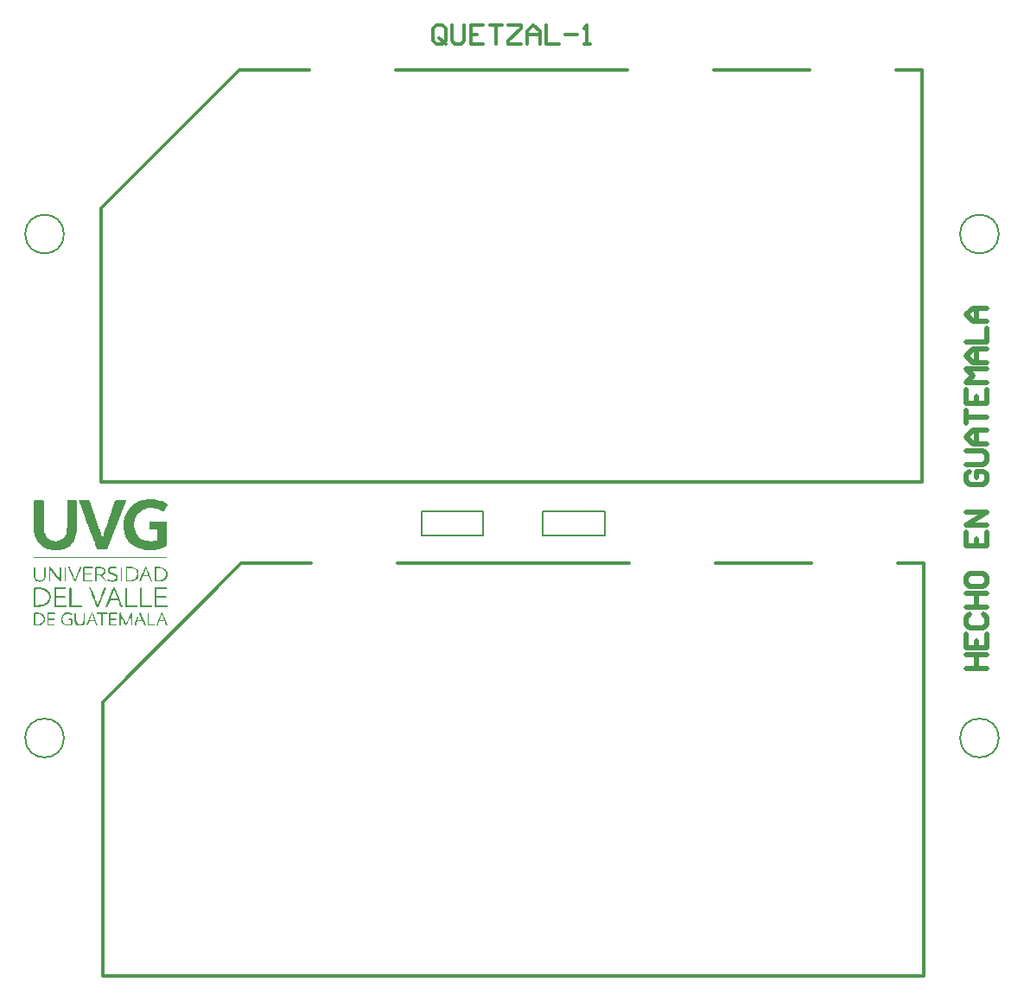
<source format=gto>
G04 Layer_Color=65535*
%FSLAX25Y25*%
%MOIN*%
G70*
G01*
G75*
%ADD25C,0.00591*%
%ADD26C,0.01181*%
%ADD27C,0.01378*%
%ADD28C,0.01968*%
G36*
X-10627Y157098D02*
X-14317D01*
X-14548Y156791D01*
Y154330D01*
X-11165D01*
X-10857Y154099D01*
Y153946D01*
X-11165Y153638D01*
X-14548D01*
Y150870D01*
X-10703D01*
X-10473Y150639D01*
Y150486D01*
X-10703Y150178D01*
X-15009D01*
X-15240Y150486D01*
Y157636D01*
X-10627D01*
Y157098D01*
D02*
G37*
G36*
X-8551Y157406D02*
Y150870D01*
X-4629D01*
X-4398Y150639D01*
Y150486D01*
X-4629Y150178D01*
X-9089D01*
X-9319Y150486D01*
Y157406D01*
X-9089Y157636D01*
X-8781D01*
X-8551Y157406D01*
D02*
G37*
G36*
X-8781Y147871D02*
X-8474Y147718D01*
X-8320Y147641D01*
X-8243Y147487D01*
X-8551Y147179D01*
X-8704Y147256D01*
X-9012Y147410D01*
X-9396Y147487D01*
X-9934Y147564D01*
X-10011D01*
X-10242Y147487D01*
X-10550Y147410D01*
X-10934Y147179D01*
X-11319Y146949D01*
X-11626Y146641D01*
X-11857Y146180D01*
X-11934Y145642D01*
Y145565D01*
Y145334D01*
X-11857Y144949D01*
X-11703Y144565D01*
X-11472Y144181D01*
X-11088Y143796D01*
X-10627Y143565D01*
X-10011Y143489D01*
X-9473D01*
X-8781Y143565D01*
Y145103D01*
X-9473D01*
X-9781Y145411D01*
X-9473Y145642D01*
X-8551D01*
X-8243Y145411D01*
Y143489D01*
Y143412D01*
X-8320Y143335D01*
X-8474Y143258D01*
X-8627Y143181D01*
X-8935Y143104D01*
X-9396Y143027D01*
X-9934Y142950D01*
X-10011D01*
X-10319Y143027D01*
X-10703Y143104D01*
X-11165Y143335D01*
X-11626Y143565D01*
X-12011Y143950D01*
X-12318Y144488D01*
X-12395Y145103D01*
Y145795D01*
Y145872D01*
X-12318Y146180D01*
X-12164Y146487D01*
X-12011Y146949D01*
X-11703Y147333D01*
X-11319Y147718D01*
X-10780Y147948D01*
X-10165Y148025D01*
X-9166D01*
X-8781Y147871D01*
D02*
G37*
G36*
X-19623Y157560D02*
X-19084Y157406D01*
X-18392Y157098D01*
X-17700Y156714D01*
X-17085Y156175D01*
X-16701Y155407D01*
X-16624Y154945D01*
X-16547Y154484D01*
Y153946D01*
Y153869D01*
Y153792D01*
X-16624Y153331D01*
X-16855Y152792D01*
X-17162Y152100D01*
X-17854Y151408D01*
X-18239Y151024D01*
X-18777Y150793D01*
X-19315Y150563D01*
X-20084Y150332D01*
X-20853Y150255D01*
X-21776Y150178D01*
X-22852D01*
X-23083Y150486D01*
Y157406D01*
X-22852Y157636D01*
X-20084D01*
X-19623Y157560D01*
D02*
G37*
G36*
X8212Y157483D02*
X8365Y157175D01*
X8519Y156944D01*
X8673Y156637D01*
X8827Y156252D01*
X9057Y155791D01*
X9288Y155176D01*
X9595Y154484D01*
X9903Y153638D01*
X10288Y152715D01*
X10672Y151562D01*
X11133Y150332D01*
X11056Y150178D01*
X10595D01*
X10518Y150255D01*
X10441Y150332D01*
X10364Y150486D01*
X10211Y150793D01*
X9980Y151254D01*
X9826Y151946D01*
X9519Y152792D01*
X6520D01*
X5213Y150178D01*
X4675D01*
Y150255D01*
X4752Y150409D01*
X4828Y150716D01*
X4905Y151024D01*
X5059Y151331D01*
X5136Y151716D01*
X5367Y152254D01*
X5597Y152792D01*
X5828Y153484D01*
X6135Y154330D01*
X6520Y155253D01*
X6981Y156329D01*
X7443Y157483D01*
X7596Y157636D01*
X8135D01*
X8212Y157483D01*
D02*
G37*
G36*
X4828Y157406D02*
Y157329D01*
X4675Y157098D01*
X4598Y156714D01*
X4367Y156252D01*
X4136Y155714D01*
X3906Y155099D01*
X3367Y153792D01*
X2829Y152485D01*
X2599Y151870D01*
X2368Y151331D01*
X2137Y150870D01*
X1983Y150486D01*
X1907Y150255D01*
X1830Y150178D01*
X1368D01*
X1291Y150332D01*
X1138Y150563D01*
X984Y150793D01*
X830Y151101D01*
X676Y151485D01*
X446Y152023D01*
X215Y152638D01*
X-93Y153331D01*
X-400Y154176D01*
X-785Y155176D01*
X-1169Y156329D01*
X-1630Y157636D01*
X-1092D01*
X-1015Y157483D01*
X-862Y157252D01*
X-631Y156791D01*
X-477Y156406D01*
X-246Y156022D01*
X-93Y155483D01*
X138Y154868D01*
X446Y154099D01*
X753Y153254D01*
X1138Y152254D01*
X1522Y151178D01*
X1676D01*
Y151254D01*
X1753Y151485D01*
X1907Y151793D01*
X2060Y152177D01*
X2445Y153254D01*
X2906Y154407D01*
X3367Y155560D01*
X3752Y156637D01*
X3906Y157021D01*
X4059Y157329D01*
X4213Y157560D01*
X4290Y157636D01*
X4598D01*
X4828Y157406D01*
D02*
G37*
G36*
X28357Y157252D02*
X28280Y157098D01*
Y156944D01*
X28126Y157098D01*
X24358D01*
Y154330D01*
X27819D01*
X28126Y154099D01*
Y153946D01*
X27819Y153638D01*
X24358D01*
Y150870D01*
X28280D01*
X28510Y150639D01*
Y150486D01*
X28280Y150178D01*
X23974D01*
X23666Y150486D01*
Y157636D01*
X28357D01*
Y157252D01*
D02*
G37*
G36*
X12979Y157406D02*
Y150870D01*
X16823D01*
X17054Y150639D01*
Y150486D01*
X16823Y150178D01*
X12517D01*
X12287Y150486D01*
Y157406D01*
X12517Y157636D01*
X12671D01*
X12979Y157406D01*
D02*
G37*
G36*
X18745D02*
Y150870D01*
X22744D01*
Y150486D01*
X22436Y150178D01*
X18207D01*
X17900Y150486D01*
Y157406D01*
X18207Y157636D01*
X18438D01*
X18745Y157406D01*
D02*
G37*
G36*
X15055Y147718D02*
Y143027D01*
X14901D01*
X14593Y143335D01*
Y146795D01*
X14440D01*
Y146718D01*
X14363Y146641D01*
X14209Y146180D01*
X13978Y145642D01*
X13671Y144949D01*
X13363Y144257D01*
X12979Y143642D01*
X12748Y143181D01*
X12594Y143104D01*
X12517Y143027D01*
X12440D01*
X12364Y143181D01*
X12210Y143335D01*
X11979Y143642D01*
X11748Y144104D01*
X11441Y144796D01*
X11056Y145642D01*
X10595Y146795D01*
X10518D01*
Y143335D01*
X10211Y143027D01*
X9903Y143335D01*
Y147718D01*
X10211Y148025D01*
X10364D01*
X10441Y147948D01*
X10595Y147794D01*
X10749Y147487D01*
X10980Y147026D01*
X11364Y146257D01*
X11595Y145795D01*
X11825Y145257D01*
X12133Y144642D01*
X12440Y143873D01*
X14593Y148025D01*
X14747D01*
X15055Y147718D01*
D02*
G37*
G36*
X-477Y147948D02*
X-323Y147718D01*
X-93Y147410D01*
X138Y146795D01*
X292Y146334D01*
X522Y145872D01*
X753Y145334D01*
X984Y144642D01*
X1214Y143873D01*
X1522Y143027D01*
X1214D01*
X1138Y143104D01*
X1061Y143258D01*
X984Y143412D01*
X830Y143719D01*
X676Y144181D01*
X446Y144719D01*
X-1553D01*
X-1630Y144565D01*
X-1784Y144334D01*
X-1861Y144027D01*
X-1938Y143719D01*
X-2476Y143027D01*
X-2707Y143335D01*
Y143412D01*
X-2630Y143489D01*
X-2399Y144027D01*
X-2169Y144719D01*
X-1784Y145565D01*
X-1477Y146410D01*
X-1169Y147102D01*
X-862Y147718D01*
X-785Y147948D01*
X-708Y148025D01*
X-554D01*
X-477Y147948D01*
D02*
G37*
G36*
X5520Y147718D02*
X5213Y147487D01*
X3598D01*
Y143335D01*
X3291Y143027D01*
X3060Y143335D01*
Y147487D01*
X1368D01*
X1138Y147718D01*
X1368Y148025D01*
X5213D01*
X5520Y147718D01*
D02*
G37*
G36*
X-20776Y147871D02*
X-20238Y147718D01*
X-19700Y147410D01*
X-19161Y146949D01*
X-18854Y146257D01*
X-18700Y145411D01*
Y145334D01*
Y145103D01*
X-18854Y144719D01*
X-19008Y144334D01*
X-19315Y143950D01*
X-19700Y143565D01*
X-20315Y143258D01*
X-21160Y143027D01*
X-22852D01*
X-23083Y143335D01*
Y147718D01*
X-22852Y148025D01*
X-21314D01*
X-20776Y147871D01*
D02*
G37*
G36*
X-14855Y147718D02*
Y147487D01*
X-17470D01*
Y145795D01*
X-15240D01*
X-15009Y145565D01*
X-15240Y145257D01*
X-17470D01*
Y143489D01*
X-15009D01*
X-14702Y143181D01*
X-14855Y143027D01*
X-17854D01*
Y147718D01*
X-17624Y148025D01*
X-15163D01*
X-14855Y147718D01*
D02*
G37*
G36*
X9134D02*
X8827Y147487D01*
X6520D01*
Y145795D01*
X8673D01*
X8980Y145565D01*
X8673Y145257D01*
X6520D01*
Y143489D01*
X8980D01*
X9211Y143181D01*
X9134Y143027D01*
X6212D01*
X5905Y143335D01*
Y147718D01*
X6212Y148025D01*
X8827D01*
X9134Y147718D01*
D02*
G37*
G36*
X26511Y147948D02*
X26665Y147718D01*
X26819Y147333D01*
X27050Y146795D01*
X27280Y146410D01*
X27434Y145949D01*
X27665Y145334D01*
X27895Y144719D01*
X28203Y144027D01*
X28510Y143181D01*
X28357Y143027D01*
X28203D01*
X28126Y143104D01*
X28049Y143258D01*
X27895Y143412D01*
X27742Y143719D01*
X27588Y144181D01*
X27434Y144719D01*
X25435D01*
X25358Y144642D01*
X25281Y144488D01*
X25204Y144334D01*
X25050Y144027D01*
X24897Y143565D01*
X24666Y143027D01*
X24282D01*
Y143181D01*
Y143258D01*
X24358Y143412D01*
X24435Y143642D01*
X24512Y143950D01*
X24820Y144719D01*
X25127Y145642D01*
X25512Y146487D01*
X25819Y147256D01*
X25973Y147564D01*
X26050Y147794D01*
X26204Y147948D01*
X26281Y148025D01*
X26434D01*
X26511Y147948D01*
D02*
G37*
G36*
X-3322Y147871D02*
Y144565D01*
Y144488D01*
Y144334D01*
X-3399Y144104D01*
X-3553Y143796D01*
X-3783Y143565D01*
X-4168Y143258D01*
X-4629Y143104D01*
X-5321Y142950D01*
X-5629D01*
X-5936Y143027D01*
X-6321Y143181D01*
X-6705Y143412D01*
X-7013Y143796D01*
X-7243Y144257D01*
X-7320Y144873D01*
Y147718D01*
X-7013Y148025D01*
X-6859Y147871D01*
Y146334D01*
Y146180D01*
Y145872D01*
X-6782Y145411D01*
X-6705Y144949D01*
X-6551Y144411D01*
X-6244Y143950D01*
X-5936Y143642D01*
X-5475Y143489D01*
X-5014D01*
X-4783Y143642D01*
X-4475Y143796D01*
X-4168Y144027D01*
X-3937Y144411D01*
X-3783Y144949D01*
X-3706Y145642D01*
Y147718D01*
X-3399Y148025D01*
X-3322Y147871D01*
D02*
G37*
G36*
X18130Y147948D02*
X18207Y147718D01*
X18438Y147410D01*
X18668Y146795D01*
X18822Y146410D01*
X19053Y145949D01*
X19284Y145411D01*
X19514Y144796D01*
X19822Y144027D01*
X20130Y143181D01*
X19976Y143027D01*
X19745D01*
X19668Y143104D01*
X19591Y143258D01*
X19437Y143412D01*
X19361Y143719D01*
X19207Y144181D01*
X19053Y144719D01*
X16823D01*
Y144642D01*
X16746Y144488D01*
X16669Y144181D01*
X16592Y143873D01*
X16439Y143565D01*
X16285Y143258D01*
X16131Y143104D01*
X15977Y143027D01*
X15824Y143181D01*
X15747D01*
Y143258D01*
X15824Y143412D01*
X15901Y143642D01*
X16054Y143873D01*
X16362Y144642D01*
X16746Y145488D01*
X17054Y146410D01*
X17438Y147179D01*
X17746Y147718D01*
X17823Y147948D01*
X17900Y148025D01*
X18053D01*
X18130Y147948D01*
D02*
G37*
G36*
X21206Y147871D02*
Y143489D01*
X23666D01*
X23974Y143181D01*
X23820Y143027D01*
X21052D01*
X20821Y143335D01*
Y147718D01*
X21052Y148025D01*
X21206Y147871D01*
D02*
G37*
G36*
X-6475Y191237D02*
Y180088D01*
Y180011D01*
Y179858D01*
Y179550D01*
X-6551Y179243D01*
X-6705Y178243D01*
X-7013Y177090D01*
X-7551Y175859D01*
X-7858Y175244D01*
X-8320Y174629D01*
X-8858Y174091D01*
X-9396Y173553D01*
X-10088Y173014D01*
X-10857Y172630D01*
X-10934D01*
X-11165Y172553D01*
X-11549Y172476D01*
X-12011Y172399D01*
X-12626Y172246D01*
X-13241Y172169D01*
X-14548Y172092D01*
X-15317D01*
X-15778Y172169D01*
X-16240Y172246D01*
X-16855Y172399D01*
X-17547Y172553D01*
X-18316Y172861D01*
X-19008Y173245D01*
X-19776Y173706D01*
X-20545Y174321D01*
X-21237Y175013D01*
X-21853Y175859D01*
X-22314Y176936D01*
X-22698Y178089D01*
X-23006Y179473D01*
X-23083Y181088D01*
Y191237D01*
X-22852Y191545D01*
X-19392D01*
X-19161Y191237D01*
Y180780D01*
Y180703D01*
Y180550D01*
Y180319D01*
X-19084Y179935D01*
X-18931Y179166D01*
X-18546Y178166D01*
X-18008Y177243D01*
X-17624Y176782D01*
X-17239Y176398D01*
X-16701Y176013D01*
X-16086Y175782D01*
X-15394Y175629D01*
X-14548Y175552D01*
X-14394D01*
X-14087Y175629D01*
X-13548Y175706D01*
X-12933Y175936D01*
X-12241Y176321D01*
X-11549Y176782D01*
X-10934Y177551D01*
X-10473Y178551D01*
X-10165Y182856D01*
Y191237D01*
X-9934Y191545D01*
X-6705D01*
X-6475Y191237D01*
D02*
G37*
G36*
X-18469Y165479D02*
Y162019D01*
Y161942D01*
Y161712D01*
X-18623Y161404D01*
X-18777Y161020D01*
X-19008Y160635D01*
X-19469Y160251D01*
X-20007Y160020D01*
X-20776Y159866D01*
X-20853D01*
X-21160Y159943D01*
X-21468Y160020D01*
X-21929Y160251D01*
X-22314Y160558D01*
X-22698Y161020D01*
X-23006Y161712D01*
X-23083Y162634D01*
Y165479D01*
X-22852Y165787D01*
X-22545Y165479D01*
Y162711D01*
Y162634D01*
Y162327D01*
X-22468Y162019D01*
X-22314Y161558D01*
X-22083Y161173D01*
X-21699Y160789D01*
X-21237Y160481D01*
X-20622Y160404D01*
X-20545D01*
X-20392Y160481D01*
X-20084Y160558D01*
X-19776Y160712D01*
X-19546Y160943D01*
X-19238Y161327D01*
X-19084Y161788D01*
X-19008Y162327D01*
Y165479D01*
X-18700Y165787D01*
X-18469Y165479D01*
D02*
G37*
G36*
X25281Y165633D02*
X26204Y165479D01*
X27050Y165172D01*
X27819Y164787D01*
X28049Y164480D01*
X28280Y164172D01*
X28434Y163788D01*
X28510Y163326D01*
Y162634D01*
Y162557D01*
X28434Y162250D01*
X28357Y161788D01*
X28126Y161327D01*
X27742Y160866D01*
X27126Y160404D01*
X26281Y160097D01*
X25819Y160020D01*
X23666D01*
X23436Y160251D01*
Y165479D01*
X23666Y165787D01*
X24589D01*
X25281Y165633D01*
D02*
G37*
G36*
X28510Y169093D02*
X28357Y168939D01*
X-22852D01*
X-23083Y169247D01*
X-23006Y169324D01*
X28280D01*
X28510Y169093D01*
D02*
G37*
G36*
X-12549Y165479D02*
Y160251D01*
X-12779Y160020D01*
X-12933D01*
X-13087Y160174D01*
X-13241Y160327D01*
X-13548Y160712D01*
X-14087Y161250D01*
X-14702Y162096D01*
X-15086Y162557D01*
X-15471Y163172D01*
X-16009Y163788D01*
X-16547Y164557D01*
X-16624D01*
Y160251D01*
X-16931Y160020D01*
X-17162Y160251D01*
Y165479D01*
X-16931Y165787D01*
X-16778D01*
X-13087Y161096D01*
Y165479D01*
X-12779Y165787D01*
X-12549Y165479D01*
D02*
G37*
G36*
X-4783Y165633D02*
X-4629D01*
Y165556D01*
X-4706Y165402D01*
X-4783Y165172D01*
X-4937Y164864D01*
X-5244Y164018D01*
X-5629Y163096D01*
X-6090Y162096D01*
X-6475Y161173D01*
X-6859Y160481D01*
X-7013Y160174D01*
X-7166Y160020D01*
X-7320D01*
X-7397Y160097D01*
X-7551Y160327D01*
X-7705Y160712D01*
X-7858Y161020D01*
X-8089Y161404D01*
X-8243Y161865D01*
X-8474Y162404D01*
X-8781Y163019D01*
X-9089Y163788D01*
X-9396Y164633D01*
X-9781Y165633D01*
X-9627Y165787D01*
X-9319D01*
X-9243Y165710D01*
X-9166Y165556D01*
X-8935Y165172D01*
X-8704Y164557D01*
X-8551Y164172D01*
X-8320Y163711D01*
X-8166Y163096D01*
X-7858Y162404D01*
X-7628Y161635D01*
X-7320Y160789D01*
X-7166D01*
Y160866D01*
X-7090Y161020D01*
X-7013Y161250D01*
X-6859Y161558D01*
X-6551Y162404D01*
X-6244Y163326D01*
X-5859Y164172D01*
X-5552Y165018D01*
X-5398Y165325D01*
X-5244Y165556D01*
X-5167Y165710D01*
X-5091Y165787D01*
X-4937D01*
X-4783Y165633D01*
D02*
G37*
G36*
X8365Y165710D02*
X8827Y165556D01*
X8980Y165402D01*
X9134Y165249D01*
Y165172D01*
X9057Y165095D01*
X8980Y165018D01*
X8673Y164941D01*
X7827Y165249D01*
X7058D01*
X6674Y165095D01*
X6212Y164864D01*
X6135Y164557D01*
X6059Y164249D01*
Y164095D01*
X6135Y164018D01*
X6212Y163941D01*
X6443Y163788D01*
X6751Y163557D01*
X7289Y163326D01*
X7981Y163019D01*
X8980Y162634D01*
X9365Y161942D01*
Y161404D01*
Y161327D01*
Y161173D01*
X9288Y160943D01*
X9134Y160712D01*
X8827Y160404D01*
X8442Y160174D01*
X7904Y159943D01*
X7212Y159866D01*
X7135D01*
X6904Y159943D01*
X6597Y160020D01*
X6289Y160097D01*
X5982Y160174D01*
X5674Y160327D01*
X5443Y160404D01*
X5367Y160558D01*
X5674Y160943D01*
X5751D01*
X5828Y160866D01*
X6289Y160712D01*
X6751Y160481D01*
X7289Y160404D01*
X7366D01*
X7519Y160481D01*
X8058Y160635D01*
X8596Y160943D01*
X8750Y161173D01*
X8827Y161481D01*
X8750Y161635D01*
X8673Y161788D01*
X8519Y161942D01*
X8135Y162173D01*
X7673Y162480D01*
X6981Y162788D01*
X6059Y163172D01*
X5520Y163865D01*
Y164787D01*
Y164864D01*
X5597Y164941D01*
X5905Y165325D01*
X6443Y165633D01*
X6827Y165710D01*
X7212Y165787D01*
X7981D01*
X8365Y165710D01*
D02*
G37*
G36*
X20360Y165633D02*
X20514Y165325D01*
X20745Y164864D01*
X21052Y164095D01*
X21283Y163634D01*
X21513Y163096D01*
X21744Y162480D01*
X22052Y161788D01*
X22359Y161020D01*
X22744Y160097D01*
X22590Y160020D01*
X22282D01*
X22206Y160097D01*
X22129Y160251D01*
X21975Y160481D01*
X21821Y160866D01*
X21590Y161327D01*
X21360Y161942D01*
X18899D01*
Y161865D01*
X18822Y161635D01*
X18745Y161327D01*
X18592Y161020D01*
X18515Y160635D01*
X18361Y160327D01*
X18207Y160097D01*
X18053Y160020D01*
X17900D01*
X17746Y160097D01*
X17669D01*
Y160174D01*
X17746Y160327D01*
X17823Y160558D01*
X17977Y160866D01*
X18284Y161712D01*
X18668Y162711D01*
X19130Y163711D01*
X19514Y164633D01*
X19899Y165402D01*
X20053Y165633D01*
X20130Y165787D01*
X20283D01*
X20360Y165633D01*
D02*
G37*
G36*
X-246Y165479D02*
X-554Y165249D01*
X-3168D01*
X-3399Y164941D01*
Y163172D01*
X-785D01*
X-554Y162865D01*
X-785Y162634D01*
X-3399D01*
Y160789D01*
X-3168Y160558D01*
X-554D01*
X-246Y160251D01*
X-554Y160020D01*
X-3706D01*
X-4014Y160251D01*
Y165479D01*
X-3706Y165787D01*
X-554D01*
X-246Y165479D01*
D02*
G37*
G36*
X23743Y191699D02*
X24589Y191545D01*
X25512Y191237D01*
X26511Y190930D01*
X27511Y190392D01*
X28510Y189699D01*
X28434Y189546D01*
X28280Y189238D01*
X28049Y188777D01*
X27819Y188315D01*
X27511Y187777D01*
X27280Y187316D01*
X27050Y187008D01*
X26896Y186855D01*
X26819Y186932D01*
X26511Y187085D01*
X26050Y187316D01*
X25435Y187624D01*
X24666Y187931D01*
X23820Y188162D01*
X22821Y188315D01*
X21744Y188392D01*
X21360D01*
X21052Y188315D01*
X20283Y188162D01*
X19361Y187854D01*
X18438Y187316D01*
X17438Y186547D01*
X16977Y186086D01*
X16516Y185547D01*
X16131Y184855D01*
X15824Y184087D01*
X15593Y181857D01*
Y181780D01*
Y181626D01*
Y181395D01*
X15670Y181088D01*
X15824Y180319D01*
X16131Y179396D01*
X16592Y178320D01*
X17285Y177397D01*
X17746Y176936D01*
X18284Y176551D01*
X18899Y176244D01*
X19591Y175936D01*
X19668Y175859D01*
X19745D01*
X19899Y175782D01*
X20206Y175706D01*
X20668Y175629D01*
X21206D01*
X22052Y175552D01*
X22436D01*
X22897Y175629D01*
X23359D01*
X23820Y175706D01*
X24282Y175782D01*
X24589Y175936D01*
X24666Y176090D01*
Y180088D01*
X21513D01*
Y182856D01*
X21744Y183087D01*
X28126D01*
X28357Y182856D01*
Y174168D01*
X28280Y174091D01*
X27972Y173860D01*
X27511Y173476D01*
X26819Y173168D01*
X25973Y172784D01*
X24820Y172399D01*
X23589Y172169D01*
X22052Y172092D01*
X21437D01*
X21052Y172169D01*
X20591D01*
X19976Y172246D01*
X19284Y172399D01*
X17823Y172784D01*
X17054Y173091D01*
X16208Y173476D01*
X15439Y173860D01*
X14670Y174398D01*
X13978Y175090D01*
X13286Y175782D01*
X12748Y176628D01*
X12287Y177628D01*
Y177705D01*
X12210Y177935D01*
X12056Y178320D01*
X11979Y178858D01*
X11825Y179473D01*
X11672Y180165D01*
X11595Y181780D01*
Y182164D01*
Y182241D01*
Y182472D01*
X11672Y182856D01*
X11748Y183318D01*
X11825Y183933D01*
X11979Y184625D01*
X12210Y185317D01*
X12517Y186086D01*
X12902Y186855D01*
X13440Y187700D01*
X14055Y188469D01*
X14747Y189238D01*
X15593Y189930D01*
X16592Y190545D01*
X17746Y191084D01*
X19053Y191545D01*
X21513Y191776D01*
X23051D01*
X23743Y191699D01*
D02*
G37*
G36*
X-10627Y165479D02*
Y160251D01*
X-10857Y160020D01*
X-11165Y160251D01*
Y165479D01*
X-10857Y165787D01*
X-10627Y165479D01*
D02*
G37*
G36*
X12440Y191468D02*
X12517Y191391D01*
Y191084D01*
X5367Y172399D01*
X1522D01*
Y172476D01*
X1445Y172553D01*
X1368Y172784D01*
X1214Y173091D01*
X984Y173553D01*
X753Y174245D01*
X446Y175013D01*
X-16Y176090D01*
X-477Y177320D01*
X-1092Y178858D01*
X-1400Y179781D01*
X-1784Y180703D01*
X-2169Y181703D01*
X-2630Y182856D01*
X-3014Y184010D01*
X-3553Y185317D01*
X-4014Y186701D01*
X-4552Y188162D01*
X-5167Y189699D01*
X-5782Y191391D01*
X-5629Y191545D01*
X-1784D01*
X-1707Y191468D01*
X-1630Y191314D01*
X-1553Y191084D01*
X-1400Y190776D01*
X-1246Y190315D01*
X-1015Y189776D01*
X-708Y189007D01*
X-400Y188008D01*
X61Y186855D01*
X522Y185471D01*
X1061Y183856D01*
X1753Y181934D01*
X2060Y180857D01*
X2445Y179704D01*
X2829Y178474D01*
X3291Y177166D01*
X3598D01*
Y177243D01*
X3675Y177320D01*
X3829Y177782D01*
X4059Y178474D01*
X4367Y179396D01*
X4675Y180473D01*
X5136Y181703D01*
X5520Y183010D01*
X5982Y184394D01*
X6443Y185701D01*
X6904Y187008D01*
X7366Y188239D01*
X7750Y189315D01*
X8058Y190238D01*
X8365Y190930D01*
X8519Y191391D01*
X8596Y191468D01*
X8673Y191545D01*
X12364D01*
X12440Y191468D01*
D02*
G37*
G36*
X11056Y165479D02*
Y160251D01*
X10749Y160020D01*
X10518Y160251D01*
Y165787D01*
X10749D01*
X11056Y165479D01*
D02*
G37*
G36*
X14440Y165710D02*
X15285Y165479D01*
X16054Y165249D01*
X16669Y164864D01*
X17208Y164326D01*
X17285Y163941D01*
X17361Y163557D01*
Y162173D01*
Y162096D01*
X17285Y161865D01*
X17208Y161558D01*
X16900Y161173D01*
X16516Y160789D01*
X15901Y160481D01*
X15055Y160174D01*
X14516Y160097D01*
X13901Y160020D01*
X12671D01*
X12440Y160251D01*
Y165479D01*
X12671Y165787D01*
X13825D01*
X14440Y165710D01*
D02*
G37*
G36*
X2522D02*
X3137Y165556D01*
X3675Y165402D01*
X4213Y165095D01*
X4521Y164633D01*
X4675Y164095D01*
Y164018D01*
Y163865D01*
X4444Y163326D01*
X4059Y162711D01*
X3829Y162557D01*
X3444Y162480D01*
Y162173D01*
X4828Y160097D01*
X4675Y160020D01*
X4444D01*
X2522Y162327D01*
X1291D01*
Y160251D01*
X984Y160020D01*
X676Y160251D01*
Y165479D01*
X984Y165787D01*
X1983D01*
X2522Y165710D01*
D02*
G37*
%LPC*%
G36*
X-21007Y157098D02*
X-22160D01*
X-22468Y156791D01*
Y151178D01*
X-22160Y150870D01*
X-21314D01*
X-20776Y150947D01*
X-20084Y151024D01*
X-19315Y151254D01*
X-18546Y151639D01*
X-17854Y152254D01*
X-17316Y153023D01*
X-17239Y153561D01*
X-17162Y154099D01*
Y154253D01*
X-17239Y154561D01*
X-17393Y155022D01*
X-17777Y155637D01*
X-18316Y156175D01*
X-18700Y156406D01*
X-19161Y156637D01*
X-19700Y156791D01*
X-20315Y156944D01*
X-21007Y157098D01*
D02*
G37*
G36*
X7981Y156791D02*
X7827D01*
X6597Y153484D01*
X9134D01*
Y153638D01*
X7981Y156791D01*
D02*
G37*
G36*
X-554Y147333D02*
X-708D01*
X-1400Y145103D01*
X138D01*
Y145257D01*
X-554Y147333D01*
D02*
G37*
G36*
X-21160Y147487D02*
X-22545D01*
Y143489D01*
X-21699D01*
X-21237Y143565D01*
X-20699Y143719D01*
X-20161Y144027D01*
X-19700Y144334D01*
X-19392Y144873D01*
X-19238Y145565D01*
Y145642D01*
Y145872D01*
X-19315Y146180D01*
X-19469Y146564D01*
X-19700Y146872D01*
X-20084Y147179D01*
X-20545Y147410D01*
X-21160Y147487D01*
D02*
G37*
G36*
X26434Y147179D02*
X26204D01*
X25512Y145103D01*
X27126D01*
X26434Y147179D01*
D02*
G37*
G36*
X18053D02*
X17746D01*
X17054Y145103D01*
X17361D01*
X17900Y145257D01*
X18438Y145103D01*
X18745D01*
X18053Y147179D01*
D02*
G37*
G36*
X24820Y165249D02*
X24128D01*
Y160558D01*
X25589D01*
X25896Y160635D01*
X26281Y160712D01*
X26742Y160866D01*
X27203Y161173D01*
X27588Y161635D01*
X27895Y162327D01*
X27972Y163172D01*
Y163249D01*
X27895Y163480D01*
X27819Y163865D01*
X27588Y164249D01*
X27203Y164557D01*
X26665Y164941D01*
X25896Y165172D01*
X24820Y165249D01*
D02*
G37*
G36*
X20283Y164941D02*
X20130D01*
X19130Y162480D01*
X21052D01*
Y162634D01*
X20283Y164941D01*
D02*
G37*
G36*
X13671Y165249D02*
X12979D01*
Y160558D01*
X14516D01*
X14901Y160712D01*
X15439Y160866D01*
X15977Y161096D01*
X16362Y161481D01*
X16669Y162019D01*
X16823Y162711D01*
Y163326D01*
Y163403D01*
X16746Y163634D01*
X16669Y163941D01*
X16439Y164326D01*
X16054Y164633D01*
X15516Y164941D01*
X14747Y165172D01*
X13671Y165249D01*
D02*
G37*
G36*
X2060D02*
X1291D01*
Y162711D01*
X2060D01*
X2445Y162788D01*
X2906Y162865D01*
X3367Y163019D01*
X3752Y163326D01*
X4059Y163634D01*
X4136Y164095D01*
Y164172D01*
Y164249D01*
X4059Y164480D01*
X3906Y164710D01*
X3598Y164864D01*
X3291Y165095D01*
X2752Y165172D01*
X2060Y165249D01*
D02*
G37*
%LPD*%
D25*
X-11417Y294094D02*
G03*
X-11417Y294094I-7480J0D01*
G01*
Y99606D02*
G03*
X-11417Y99606I-7480J0D01*
G01*
X349213Y294094D02*
G03*
X349213Y294094I-7480J0D01*
G01*
Y99606D02*
G03*
X349213Y99606I-7480J0D01*
G01*
X173409Y177824D02*
Y187076D01*
X197228D01*
X173409Y177824D02*
X197228D01*
Y187076D01*
X150413Y177824D02*
Y187076D01*
X126594Y177824D02*
X150413D01*
X126594Y187076D02*
X150413D01*
X126594Y177824D02*
Y187076D01*
D26*
X3524Y7892D02*
X65441D01*
X320368D01*
Y166947D01*
X3524Y7892D02*
Y113488D01*
X56982Y166947D01*
X83852D01*
X117317D02*
X123813D01*
X206589D01*
X240053D02*
X276766D01*
X310230D02*
X320368D01*
X2874Y198360D02*
X64792D01*
X319719D01*
Y357415D01*
X2874Y198360D02*
Y303957D01*
X56333Y357415D01*
X83203D01*
X116667D02*
X123163D01*
X205939D01*
X239404D02*
X276116D01*
X309581D02*
X319719D01*
D27*
X135771Y368664D02*
Y373518D01*
X134558Y374731D01*
X132131D01*
X130917Y373518D01*
Y368664D01*
X132131Y367450D01*
X134558D01*
X133344Y369877D02*
X135771Y367450D01*
X134558D02*
X135771Y368664D01*
X138198Y374731D02*
Y368664D01*
X139412Y367450D01*
X141839D01*
X143052Y368664D01*
Y374731D01*
X150334D02*
X145480D01*
Y367450D01*
X150334D01*
X145480Y371091D02*
X147906D01*
X152761Y374731D02*
X157615D01*
X155188D01*
Y367450D01*
X160042Y374731D02*
X164896D01*
Y373518D01*
X160042Y368664D01*
Y367450D01*
X164896D01*
X167323D02*
Y372305D01*
X169750Y374731D01*
X172177Y372305D01*
Y367450D01*
Y371091D01*
X167323D01*
X174604Y374731D02*
Y367450D01*
X179458D01*
X181885Y371091D02*
X186739D01*
X189166Y367450D02*
X191593D01*
X190380D01*
Y374731D01*
X189166Y373518D01*
D28*
X336629Y126500D02*
X344500D01*
X340564D01*
Y131748D01*
X336629D01*
X344500D01*
X336629Y139619D02*
Y134371D01*
X344500D01*
Y139619D01*
X340564Y134371D02*
Y136995D01*
X337940Y147491D02*
X336629Y146179D01*
Y143555D01*
X337940Y142243D01*
X343188D01*
X344500Y143555D01*
Y146179D01*
X343188Y147491D01*
X336629Y150114D02*
X344500D01*
X340564D01*
Y155362D01*
X336629D01*
X344500D01*
X336629Y161922D02*
Y159298D01*
X337940Y157986D01*
X343188D01*
X344500Y159298D01*
Y161922D01*
X343188Y163234D01*
X337940D01*
X336629Y161922D01*
Y178977D02*
Y173729D01*
X344500D01*
Y178977D01*
X340564Y173729D02*
Y176353D01*
X344500Y181600D02*
X336629D01*
X344500Y186848D01*
X336629D01*
X337940Y202591D02*
X336629Y201279D01*
Y198655D01*
X337940Y197343D01*
X343188D01*
X344500Y198655D01*
Y201279D01*
X343188Y202591D01*
X340564D01*
Y199967D01*
X336629Y205215D02*
X343188D01*
X344500Y206527D01*
Y209151D01*
X343188Y210462D01*
X336629D01*
X344500Y213086D02*
X339252D01*
X336629Y215710D01*
X339252Y218334D01*
X344500D01*
X340564D01*
Y213086D01*
X336629Y220958D02*
Y226205D01*
Y223582D01*
X344500D01*
X336629Y234077D02*
Y228829D01*
X344500D01*
Y234077D01*
X340564Y228829D02*
Y231453D01*
X344500Y236701D02*
X336629D01*
X339252Y239324D01*
X336629Y241948D01*
X344500D01*
Y244572D02*
X339252D01*
X336629Y247196D01*
X339252Y249820D01*
X344500D01*
X340564D01*
Y244572D01*
X336629Y252444D02*
X344500D01*
Y257691D01*
Y260315D02*
X339252D01*
X336629Y262939D01*
X339252Y265563D01*
X344500D01*
X340564D01*
Y260315D01*
M02*

</source>
